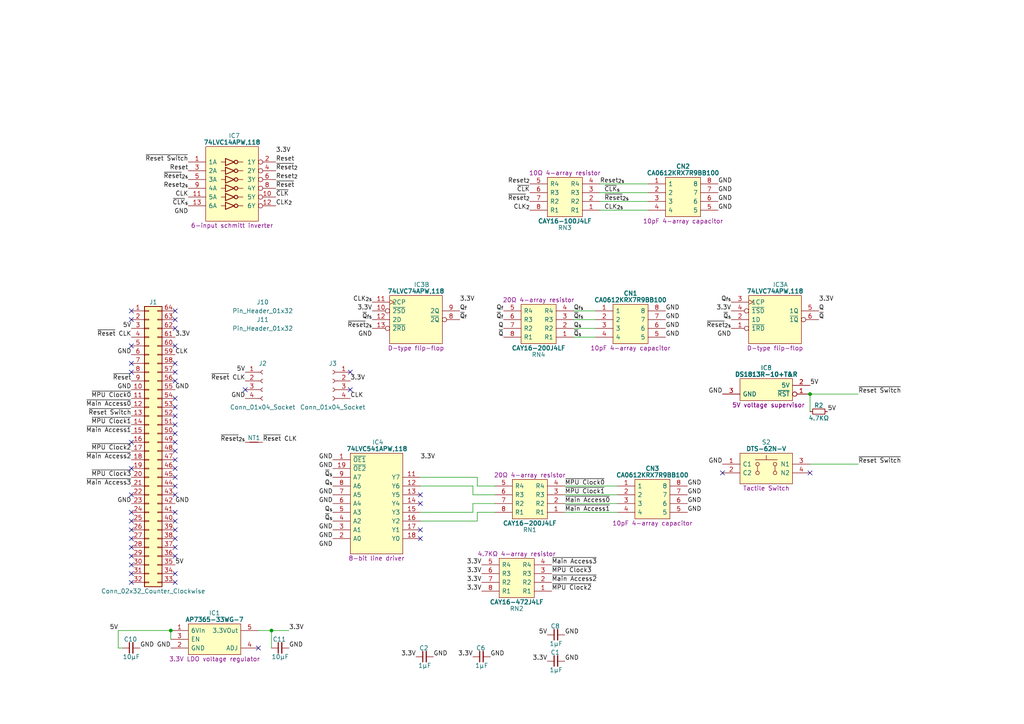
<source format=kicad_sch>
(kicad_sch (version 20231120) (generator "eeschema") (generator_version "8.0")
  (paper "A4")
  (title_block (title "Dual MPU Clock Generator") (date "2023-12-11") (rev "V1"))
  (lib_symbols
    (symbol "Bourns:CAY16-100J4LF" (pin_names (offset 0.762))
      (property "Reference" "RN" (at 10.16 5.08 0))
      (property "Value" "CAY16-100J4LF" (at 10.16 3.175 0))
      (property "Description" "10Ω 4-array resistor" (at 10.16 -10.795 0))
      (symbol "CAY16-100J4LF_0_0"
        (pin passive line (at 0 0 0) (length 5.08) (name "R1") (number "1"))
        (pin passive line (at 0 -2.54 0) (length 5.08) (name "R2") (number "2"))
        (pin passive line (at 0 -5.08 0) (length 5.08) (name "R3") (number "3"))
        (pin passive line (at 0 -7.62 0) (length 5.08) (name "R4") (number "4"))
        (pin passive line (at 20.32 -7.62 180) (length 5.08) (name "R4") (number "5"))
        (pin passive line (at 20.32 -5.08 180) (length 5.08) (name "R3") (number "6"))
        (pin passive line (at 20.32 -2.54 180) (length 5.08) (name "R2") (number "7"))
        (pin passive line (at 20.32 0 180) (length 5.08) (name "R1") (number "8"))
      )
      (symbol "CAY16-100J4LF_0_1"
        (polyline (pts (xy 5.08 1.905) (xy 15.24 1.905) (xy 15.24 -9.525) (xy 5.08 -9.525) (xy 5.08 1.905)) (stroke (width 0.1524)) (fill (type background)))
      )
    )
    (symbol "Bourns:CAY16-200J4LF" (pin_names (offset 0.762))
      (property "Reference" "RN" (at 10.16 5.08 0))
      (property "Value" "CAY16-200J4LF" (at 10.16 3.175 0))
      (property "Description" "20Ω 4-array resistor" (at 10.16 -10.795 0))
      (symbol "CAY16-200J4LF_0_0"
        (pin passive line (at 0 0 0) (length 5.08) (name "R1") (number "1"))
        (pin passive line (at 0 -2.54 0) (length 5.08) (name "R2") (number "2"))
        (pin passive line (at 0 -5.08 0) (length 5.08) (name "R3") (number "3"))
        (pin passive line (at 0 -7.62 0) (length 5.08) (name "R4") (number "4"))
        (pin passive line (at 20.32 -7.62 180) (length 5.08) (name "R4") (number "5"))
        (pin passive line (at 20.32 -5.08 180) (length 5.08) (name "R3") (number "6"))
        (pin passive line (at 20.32 -2.54 180) (length 5.08) (name "R2") (number "7"))
        (pin passive line (at 20.32 0 180) (length 5.08) (name "R1") (number "8"))
      )
      (symbol "CAY16-200J4LF_0_1"
        (polyline (pts (xy 5.08 1.905) (xy 15.24 1.905) (xy 15.24 -9.525) (xy 5.08 -9.525) (xy 5.08 1.905)) (stroke (width 0.1524)) (fill (type background)))
      )
    )
    (symbol "Bourns:CAY16-472J4LF" (pin_names (offset 0.762))
      (property "Reference" "RN" (at 10.16 5.08 0))
      (property "Value" "CAY16-472J4LF" (at 10.16 3.175 0))
      (property "Description" "4.7KΩ 4-array resistor" (at 10.16 -10.795 0))
      (symbol "CAY16-472J4LF_0_0"
        (pin passive line (at 0 0 0) (length 5.08) (name "R1") (number "1"))
        (pin passive line (at 0 -2.54 0) (length 5.08) (name "R2") (number "2"))
        (pin passive line (at 0 -5.08 0) (length 5.08) (name "R3") (number "3"))
        (pin passive line (at 0 -7.62 0) (length 5.08) (name "R4") (number "4"))
        (pin passive line (at 20.32 -7.62 180) (length 5.08) (name "R4") (number "5"))
        (pin passive line (at 20.32 -5.08 180) (length 5.08) (name "R3") (number "6"))
        (pin passive line (at 20.32 -2.54 180) (length 5.08) (name "R2") (number "7"))
        (pin passive line (at 20.32 0 180) (length 5.08) (name "R1") (number "8"))
      )
      (symbol "CAY16-472J4LF_0_1"
        (polyline (pts (xy 5.08 1.905) (xy 15.24 1.905) (xy 15.24 -9.525) (xy 5.08 -9.525) (xy 5.08 1.905)) (stroke (width 0.1524)) (fill (type background)))
      )
    )
    (symbol "Connector:Conn_01x04_Socket" (pin_names (offset 1.016) hide)
      (property "Reference" "J" (at 0 5.08 0))
      (property "Value" "Conn_01x04_Socket" (at 0 -7.62 0))
      (symbol "Conn_01x04_Socket_1_1"
        (arc (start 0 -4.572) (mid -0.5058 -5.08) (end 0 -5.588) (stroke (width 0.1524)))
        (arc (start 0 -2.032) (mid -0.5058 -2.54) (end 0 -3.048) (stroke (width 0.1524)))
        (polyline (pts (xy -1.27 -5.08) (xy -0.508 -5.08)) (stroke (width 0.1524)))
        (polyline (pts (xy -1.27 -2.54) (xy -0.508 -2.54)) (stroke (width 0.1524)))
        (polyline (pts (xy -1.27 0) (xy -0.508 0)) (stroke (width 0.1524)))
        (polyline (pts (xy -1.27 2.54) (xy -0.508 2.54)) (stroke (width 0.1524)))
        (arc (start 0 0.508) (mid -0.5058 0) (end 0 -0.508) (stroke (width 0.1524)))
        (arc (start 0 3.048) (mid -0.5058 2.54) (end 0 2.032) (stroke (width 0.1524)))
        (pin passive line (at -5.08 2.54 0) (length 3.81) (name "Pin_1") (number "1"))
        (pin passive line (at -5.08 0 0) (length 3.81) (name "Pin_2") (number "2"))
        (pin passive line (at -5.08 -2.54 0) (length 3.81) (name "Pin_3") (number "3"))
        (pin passive line (at -5.08 -5.08 0) (length 3.81) (name "Pin_4") (number "4"))
      )
    )
    (symbol "Connector_Generic:Conn_02x32_Counter_Clockwise" (pin_names (offset 1.016) hide)
      (property "Reference" "J" (at 1.27 40.64 0))
      (property "Value" "Conn_02x32_Counter_Clockwise" (at 1.27 -43.18 0))
      (symbol "Conn_02x32_Counter_Clockwise_1_1"
        (rectangle (start -1.27 -40.513) (end 0 -40.767) (stroke (width 0.1524)))
        (rectangle (start -1.27 -37.973) (end 0 -38.227) (stroke (width 0.1524)))
        (rectangle (start -1.27 -35.433) (end 0 -35.687) (stroke (width 0.1524)))
        (rectangle (start -1.27 -32.893) (end 0 -33.147) (stroke (width 0.1524)))
        (rectangle (start -1.27 -30.353) (end 0 -30.607) (stroke (width 0.1524)))
        (rectangle (start -1.27 -27.813) (end 0 -28.067) (stroke (width 0.1524)))
        (rectangle (start -1.27 -25.273) (end 0 -25.527) (stroke (width 0.1524)))
        (rectangle (start -1.27 -22.733) (end 0 -22.987) (stroke (width 0.1524)))
        (rectangle (start -1.27 -20.193) (end 0 -20.447) (stroke (width 0.1524)))
        (rectangle (start -1.27 -17.653) (end 0 -17.907) (stroke (width 0.1524)))
        (rectangle (start -1.27 -15.113) (end 0 -15.367) (stroke (width 0.1524)))
        (rectangle (start -1.27 -12.573) (end 0 -12.827) (stroke (width 0.1524)))
        (rectangle (start -1.27 -10.033) (end 0 -10.287) (stroke (width 0.1524)))
        (rectangle (start -1.27 -7.493) (end 0 -7.747) (stroke (width 0.1524)))
        (rectangle (start -1.27 -4.953) (end 0 -5.207) (stroke (width 0.1524)))
        (rectangle (start -1.27 -2.413) (end 0 -2.667) (stroke (width 0.1524)))
        (rectangle (start -1.27 0.127) (end 0 -0.127) (stroke (width 0.1524)))
        (rectangle (start -1.27 2.667) (end 0 2.413) (stroke (width 0.1524)))
        (rectangle (start -1.27 5.207) (end 0 4.953) (stroke (width 0.1524)))
        (rectangle (start -1.27 7.747) (end 0 7.493) (stroke (width 0.1524)))
        (rectangle (start -1.27 10.287) (end 0 10.033) (stroke (width 0.1524)))
        (rectangle (start -1.27 12.827) (end 0 12.573) (stroke (width 0.1524)))
        (rectangle (start -1.27 15.367) (end 0 15.113) (stroke (width 0.1524)))
        (rectangle (start -1.27 17.907) (end 0 17.653) (stroke (width 0.1524)))
        (rectangle (start -1.27 20.447) (end 0 20.193) (stroke (width 0.1524)))
        (rectangle (start -1.27 22.987) (end 0 22.733) (stroke (width 0.1524)))
        (rectangle (start -1.27 25.527) (end 0 25.273) (stroke (width 0.1524)))
        (rectangle (start -1.27 28.067) (end 0 27.813) (stroke (width 0.1524)))
        (rectangle (start -1.27 30.607) (end 0 30.353) (stroke (width 0.1524)))
        (rectangle (start -1.27 33.147) (end 0 32.893) (stroke (width 0.1524)))
        (rectangle (start -1.27 35.687) (end 0 35.433) (stroke (width 0.1524)))
        (rectangle (start -1.27 38.227) (end 0 37.973) (stroke (width 0.1524)))
        (rectangle (start -1.27 39.37) (end 3.81 -41.91) (stroke (width 0.254)) (fill (type background)))
        (rectangle (start 3.81 -40.513) (end 2.54 -40.767) (stroke (width 0.1524)))
        (rectangle (start 3.81 -37.973) (end 2.54 -38.227) (stroke (width 0.1524)))
        (rectangle (start 3.81 -35.433) (end 2.54 -35.687) (stroke (width 0.1524)))
        (rectangle (start 3.81 -32.893) (end 2.54 -33.147) (stroke (width 0.1524)))
        (rectangle (start 3.81 -30.353) (end 2.54 -30.607) (stroke (width 0.1524)))
        (rectangle (start 3.81 -27.813) (end 2.54 -28.067) (stroke (width 0.1524)))
        (rectangle (start 3.81 -25.273) (end 2.54 -25.527) (stroke (width 0.1524)))
        (rectangle (start 3.81 -22.733) (end 2.54 -22.987) (stroke (width 0.1524)))
        (rectangle (start 3.81 -20.193) (end 2.54 -20.447) (stroke (width 0.1524)))
        (rectangle (start 3.81 -17.653) (end 2.54 -17.907) (stroke (width 0.1524)))
        (rectangle (start 3.81 -15.113) (end 2.54 -15.367) (stroke (width 0.1524)))
        (rectangle (start 3.81 -12.573) (end 2.54 -12.827) (stroke (width 0.1524)))
        (rectangle (start 3.81 -10.033) (end 2.54 -10.287) (stroke (width 0.1524)))
        (rectangle (start 3.81 -7.493) (end 2.54 -7.747) (stroke (width 0.1524)))
        (rectangle (start 3.81 -4.953) (end 2.54 -5.207) (stroke (width 0.1524)))
        (rectangle (start 3.81 -2.413) (end 2.54 -2.667) (stroke (width 0.1524)))
        (rectangle (start 3.81 0.127) (end 2.54 -0.127) (stroke (width 0.1524)))
        (rectangle (start 3.81 2.667) (end 2.54 2.413) (stroke (width 0.1524)))
        (rectangle (start 3.81 5.207) (end 2.54 4.953) (stroke (width 0.1524)))
        (rectangle (start 3.81 7.747) (end 2.54 7.493) (stroke (width 0.1524)))
        (rectangle (start 3.81 10.287) (end 2.54 10.033) (stroke (width 0.1524)))
        (rectangle (start 3.81 12.827) (end 2.54 12.573) (stroke (width 0.1524)))
        (rectangle (start 3.81 15.367) (end 2.54 15.113) (stroke (width 0.1524)))
        (rectangle (start 3.81 17.907) (end 2.54 17.653) (stroke (width 0.1524)))
        (rectangle (start 3.81 20.447) (end 2.54 20.193) (stroke (width 0.1524)))
        (rectangle (start 3.81 22.987) (end 2.54 22.733) (stroke (width 0.1524)))
        (rectangle (start 3.81 25.527) (end 2.54 25.273) (stroke (width 0.1524)))
        (rectangle (start 3.81 28.067) (end 2.54 27.813) (stroke (width 0.1524)))
        (rectangle (start 3.81 30.607) (end 2.54 30.353) (stroke (width 0.1524)))
        (rectangle (start 3.81 33.147) (end 2.54 32.893) (stroke (width 0.1524)))
        (rectangle (start 3.81 35.687) (end 2.54 35.433) (stroke (width 0.1524)))
        (rectangle (start 3.81 38.227) (end 2.54 37.973) (stroke (width 0.1524)))
        (pin passive line (at -5.08 38.1 0) (length 3.81) (name "Pin_1") (number "1"))
        (pin passive line (at -5.08 15.24 0) (length 3.81) (name "Pin_10") (number "10"))
        (pin passive line (at -5.08 12.7 0) (length 3.81) (name "Pin_11") (number "11"))
        (pin passive line (at -5.08 10.16 0) (length 3.81) (name "Pin_12") (number "12"))
        (pin passive line (at -5.08 7.62 0) (length 3.81) (name "Pin_13") (number "13"))
        (pin passive line (at -5.08 5.08 0) (length 3.81) (name "Pin_14") (number "14"))
        (pin passive line (at -5.08 2.54 0) (length 3.81) (name "Pin_15") (number "15"))
        (pin passive line (at -5.08 0 0) (length 3.81) (name "Pin_16") (number "16"))
        (pin passive line (at -5.08 -2.54 0) (length 3.81) (name "Pin_17") (number "17"))
        (pin passive line (at -5.08 -5.08 0) (length 3.81) (name "Pin_18") (number "18"))
        (pin passive line (at -5.08 -7.62 0) (length 3.81) (name "Pin_19") (number "19"))
        (pin passive line (at -5.08 35.56 0) (length 3.81) (name "Pin_2") (number "2"))
        (pin passive line (at -5.08 -10.16 0) (length 3.81) (name "Pin_20") (number "20"))
        (pin passive line (at -5.08 -12.7 0) (length 3.81) (name "Pin_21") (number "21"))
        (pin passive line (at -5.08 -15.24 0) (length 3.81) (name "Pin_22") (number "22"))
        (pin passive line (at -5.08 -17.78 0) (length 3.81) (name "Pin_23") (number "23"))
        (pin passive line (at -5.08 -20.32 0) (length 3.81) (name "Pin_24") (number "24"))
        (pin passive line (at -5.08 -22.86 0) (length 3.81) (name "Pin_25") (number "25"))
        (pin passive line (at -5.08 -25.4 0) (length 3.81) (name "Pin_26") (number "26"))
        (pin passive line (at -5.08 -27.94 0) (length 3.81) (name "Pin_27") (number "27"))
        (pin passive line (at -5.08 -30.48 0) (length 3.81) (name "Pin_28") (number "28"))
        (pin passive line (at -5.08 -33.02 0) (length 3.81) (name "Pin_29") (number "29"))
        (pin passive line (at -5.08 33.02 0) (length 3.81) (name "Pin_3") (number "3"))
        (pin passive line (at -5.08 -35.56 0) (length 3.81) (name "Pin_30") (number "30"))
        (pin passive line (at -5.08 -38.1 0) (length 3.81) (name "Pin_31") (number "31"))
        (pin passive line (at -5.08 -40.64 0) (length 3.81) (name "Pin_32") (number "32"))
        (pin passive line (at 7.62 -40.64 180) (length 3.81) (name "Pin_33") (number "33"))
        (pin passive line (at 7.62 -38.1 180) (length 3.81) (name "Pin_34") (number "34"))
        (pin passive line (at 7.62 -35.56 180) (length 3.81) (name "Pin_35") (number "35"))
        (pin passive line (at 7.62 -33.02 180) (length 3.81) (name "Pin_36") (number "36"))
        (pin passive line (at 7.62 -30.48 180) (length 3.81) (name "Pin_37") (number "37"))
        (pin passive line (at 7.62 -27.94 180) (length 3.81) (name "Pin_38") (number "38"))
        (pin passive line (at 7.62 -25.4 180) (length 3.81) (name "Pin_39") (number "39"))
        (pin passive line (at -5.08 30.48 0) (length 3.81) (name "Pin_4") (number "4"))
        (pin passive line (at 7.62 -22.86 180) (length 3.81) (name "Pin_40") (number "40"))
        (pin passive line (at 7.62 -20.32 180) (length 3.81) (name "Pin_41") (number "41"))
        (pin passive line (at 7.62 -17.78 180) (length 3.81) (name "Pin_42") (number "42"))
        (pin passive line (at 7.62 -15.24 180) (length 3.81) (name "Pin_43") (number "43"))
        (pin passive line (at 7.62 -12.7 180) (length 3.81) (name "Pin_44") (number "44"))
        (pin passive line (at 7.62 -10.16 180) (length 3.81) (name "Pin_45") (number "45"))
        (pin passive line (at 7.62 -7.62 180) (length 3.81) (name "Pin_46") (number "46"))
        (pin passive line (at 7.62 -5.08 180) (length 3.81) (name "Pin_47") (number "47"))
        (pin passive line (at 7.62 -2.54 180) (length 3.81) (name "Pin_48") (number "48"))
        (pin passive line (at 7.62 0 180) (length 3.81) (name "Pin_49") (number "49"))
        (pin passive line (at -5.08 27.94 0) (length 3.81) (name "Pin_5") (number "5"))
        (pin passive line (at 7.62 2.54 180) (length 3.81) (name "Pin_50") (number "50"))
        (pin passive line (at 7.62 5.08 180) (length 3.81) (name "Pin_51") (number "51"))
        (pin passive line (at 7.62 7.62 180) (length 3.81) (name "Pin_52") (number "52"))
        (pin passive line (at 7.62 10.16 180) (length 3.81) (name "Pin_53") (number "53"))
        (pin passive line (at 7.62 12.7 180) (length 3.81) (name "Pin_54") (number "54"))
        (pin passive line (at 7.62 15.24 180) (length 3.81) (name "Pin_55") (number "55"))
        (pin passive line (at 7.62 17.78 180) (length 3.81) (name "Pin_56") (number "56"))
        (pin passive line (at 7.62 20.32 180) (length 3.81) (name "Pin_57") (number "57"))
        (pin passive line (at 7.62 22.86 180) (length 3.81) (name "Pin_58") (number "58"))
        (pin passive line (at 7.62 25.4 180) (length 3.81) (name "Pin_59") (number "59"))
        (pin passive line (at -5.08 25.4 0) (length 3.81) (name "Pin_6") (number "6"))
        (pin passive line (at 7.62 27.94 180) (length 3.81) (name "Pin_60") (number "60"))
        (pin passive line (at 7.62 30.48 180) (length 3.81) (name "Pin_61") (number "61"))
        (pin passive line (at 7.62 33.02 180) (length 3.81) (name "Pin_62") (number "62"))
        (pin passive line (at 7.62 35.56 180) (length 3.81) (name "Pin_63") (number "63"))
        (pin passive line (at 7.62 38.1 180) (length 3.81) (name "Pin_64") (number "64"))
        (pin passive line (at -5.08 22.86 0) (length 3.81) (name "Pin_7") (number "7"))
        (pin passive line (at -5.08 20.32 0) (length 3.81) (name "Pin_8") (number "8"))
        (pin passive line (at -5.08 17.78 0) (length 3.81) (name "Pin_9") (number "9"))
      )
    )
    (symbol "Diodes_Inc:AP7365-33WG-7" (pin_names (offset 0.762))
      (property "Reference" "IC" (at 12.7 5.08 0))
      (property "Value" "AP7365-33WG-7" (at 12.7 3.175 0))
      (property "Description" "3.3V LDO voltage regulator" (at 12.7 -8.255 0))
      (symbol "AP7365-33WG-7_0_0"
        (pin passive line (at 0 -5.08 0) (length 5.08) (name "GND") (number "2"))
        (pin input line (at 0 -2.54 0) (length 5.08) (name "EN") (number "3"))
        (pin passive line (at 25.4 -5.08 180) (length 5.08) (name "ADJ") (number "4"))
      )
      (symbol "AP7365-33WG-7_0_1"
        (polyline (pts (xy 5.08 1.905) (xy 20.32 1.905) (xy 20.32 -6.985) (xy 5.08 -6.985) (xy 5.08 1.905)) (fill (type background)))
      )
      (symbol "AP7365-33WG-7_1_0"
        (pin passive line (at 0 0 0) (length 5.08) (name "6VIn") (number "1"))
        (pin passive line (at 25.4 0 180) (length 5.08) (name "3.3VOut") (number "5"))
      )
    )
    (symbol "Diptronic:DTS-62N-V" (pin_names (offset 0.762))
      (property "Reference" "S" (at 12.7 6.35 0))
      (property "Value" "DTS-62N-V" (at 12.7 4.445 0))
      (property "Description" "Tactile Switch" (at 12.7 -6.985 0))
      (symbol "DTS-62N-V_0_0"
        (pin passive line (at 0 0 0) (length 5.08) (name "C1") (number "1"))
        (pin passive line (at 0 -2.54 0) (length 5.08) (name "C2") (number "2"))
        (pin passive line (at 25.4 0 180) (length 5.08) (name "N1") (number "3"))
        (pin passive line (at 25.4 -2.54 180) (length 5.08) (name "N2") (number "4"))
      )
      (symbol "DTS-62N-V_0_1"
        (polyline (pts (xy 10.16 -1.905) (xy 10.16 -0.635)))
        (polyline (pts (xy 12.7 1.27) (xy 12.7 2.54)))
        (polyline (pts (xy 15.24 -1.905) (xy 15.24 -0.635)))
        (polyline (pts (xy 15.875 1.27) (xy 9.525 1.27)))
        (polyline (pts (xy 5.08 3.175) (xy 20.32 3.175) (xy 20.32 -5.715) (xy 5.08 -5.715) (xy 5.08 3.175)) (stroke (width 0.1524)) (fill (type background)))
        (circle (center 10.16 -2.54) (radius 0.508))
        (circle (center 10.16 0) (radius 0.508))
        (circle (center 15.24 -2.54) (radius 0.508))
        (circle (center 15.24 0) (radius 0.508))
      )
    )
    (symbol "HCP65:C_0805" (pin_numbers hide) (pin_names (offset 0.254) hide)
      (property "Reference" "C" (at 2.286 2.54 0))
      (property "Value" "?μF" (at 2.54 -2.54 0))
      (symbol "C_0805_0_1"
        (polyline (pts (xy 1.9685 -1.4605) (xy 1.9685 1.5875)) (stroke (width 0.3048)))
        (polyline (pts (xy 2.9845 -1.4605) (xy 2.9845 1.5875)) (stroke (width 0.3302)))
      )
      (symbol "C_0805_1_1"
        (pin passive line (at 0 0 0) (length 2.032) (name "~") (number "1"))
        (pin passive line (at 5.08 0 180) (length 2.032) (name "~") (number "2"))
      )
    )
    (symbol "HCP65:NetTie" (pin_numbers hide) (pin_names hide)
      (property "Reference" "NT" (at 2.54 1.27 0))
      (symbol "NetTie_0_1"
        (polyline (pts (xy 1.27 0) (xy 3.81 0)) (stroke (width 0.254)))
      )
      (symbol "NetTie_1_1"
        (pin passive line (at 0 0 0) (length 2.54) (name "1") (number "1"))
        (pin passive line (at 5.08 0 180) (length 2.54) (name "2") (number "2"))
      )
    )
    (symbol "HCP65:Pin_Header_01x32" (pin_names (offset 1.016) hide)
      (property "Reference" "J" (at 0 1.27 0))
      (property "Value" "Pin_Header_01x32" (at 0 -1.27 0))
    )
    (symbol "HCP65:R_0805" (pin_numbers hide) (pin_names hide)
      (property "Reference" "R" (at 2.54 1.778 0))
      (property "Value" "?Ω" (at 2.54 -1.905 0))
      (symbol "R_0805_0_1"
        (rectangle (start 0.762 0.762) (end 4.318 -0.762) (stroke (width 0.2032)))
      )
      (symbol "R_0805_1_1"
        (pin passive line (at 0 0 0) (length 0.72) (name "~") (number "1"))
        (pin passive line (at 5.08 0 180) (length 0.72) (name "~") (number "2"))
      )
    )
    (symbol "Maxim:DS1813R-10+T&R" (pin_names (offset 0.762))
      (property "Reference" "IC" (at 12.7 7.62 0))
      (property "Value" "DS1813R-10+T&R" (at 12.7 5.715 0))
      (property "Description" "5V voltage supervisor" (at 13.335 -3.175 0))
      (symbol "DS1813R-10+T&R_0_0"
        (pin output inverted (at 25.4 0 180) (length 5.08) (name "~{RST}") (number "1"))
        (pin passive line (at 25.4 2.54 180) (length 5.08) (name "5V") (number "2"))
        (pin passive line (at 0 0 0) (length 5.08) (name "GND") (number "3"))
      )
      (symbol "DS1813R-10+T&R_0_1"
        (polyline (pts (xy 5.08 4.445) (xy 20.32 4.445) (xy 20.32 -1.905) (xy 5.08 -1.905) (xy 5.08 4.445)) (stroke (width 0.1524)) (fill (type background)))
      )
    )
    (symbol "Nexperia:74LVC14APW,118" (pin_names (offset 0.762))
      (property "Reference" "IC" (at 13.335 7.62 0))
      (property "Value" "74LVC14APW,118" (at 12.7 5.715 0))
      (property "Description" "6-input schmitt inverter" (at 12.7 -18.415 0))
      (symbol "74LVC14APW,118_0_0"
        (pin input line (at 0 0 0) (length 5.08) (name "1A") (number "1"))
        (pin output inverted (at 25.4 -10.16 180) (length 5.08) (name "5Y") (number "10"))
        (pin input line (at 0 -10.16 0) (length 5.08) (name "5A") (number "11"))
        (pin output inverted (at 25.4 -12.7 180) (length 5.08) (name "6Y") (number "12"))
        (pin input line (at 0 -12.7 0) (length 5.08) (name "6A") (number "13"))
        (pin passive line (at 25.4 2.54 180) (length 5.08) hide (name "3V") (number "14"))
        (pin output inverted (at 25.4 0 180) (length 5.08) (name "1Y") (number "2"))
        (pin input line (at 0 -2.54 0) (length 5.08) (name "2A") (number "3"))
        (pin output inverted (at 25.4 -2.54 180) (length 5.08) (name "2Y") (number "4"))
        (pin input line (at 0 -5.08 0) (length 5.08) (name "3A") (number "5"))
        (pin output inverted (at 25.4 -5.08 180) (length 5.08) (name "3Y") (number "6"))
        (pin passive line (at 0 -15.24 0) (length 5.08) hide (name "GND") (number "7"))
        (pin output inverted (at 25.4 -7.62 180) (length 5.08) (name "4Y") (number "8"))
        (pin input line (at 0 -7.62 0) (length 5.08) (name "4A") (number "9"))
      )
      (symbol "74LVC14APW,118_0_1"
        (polyline (pts (xy 9.525 -12.7) (xy 10.7949 -12.7)))
        (polyline (pts (xy 9.525 -10.16) (xy 10.7949 -10.16)))
        (polyline (pts (xy 9.525 -7.62) (xy 10.7949 -7.62)))
        (polyline (pts (xy 9.525 -5.08) (xy 10.7949 -5.08)))
        (polyline (pts (xy 9.525 -2.54) (xy 10.7949 -2.54)))
        (polyline (pts (xy 9.525 0) (xy 10.7949 0)))
        (polyline (pts (xy 14.351 -12.7) (xy 15.875 -12.7)))
        (polyline (pts (xy 14.351 -10.16) (xy 15.875 -10.16)))
        (polyline (pts (xy 14.351 -7.62) (xy 15.875 -7.62)))
        (polyline (pts (xy 14.351 -5.08) (xy 15.875 -5.08)))
        (polyline (pts (xy 14.351 -2.54) (xy 15.875 -2.54)))
        (polyline (pts (xy 14.351 0) (xy 15.875 0)))
        (polyline (pts (xy 10.795 -13.716) (xy 13.335 -12.7) (xy 10.795 -11.684)) (stroke (width 0.254)))
        (polyline (pts (xy 10.795 -11.176) (xy 13.335 -10.16) (xy 10.795 -9.144)) (stroke (width 0.254)))
        (polyline (pts (xy 10.795 -8.636) (xy 13.335 -7.62) (xy 10.795 -6.604)) (stroke (width 0.254)))
        (polyline (pts (xy 10.795 -6.096) (xy 13.335 -5.08) (xy 10.795 -4.064)) (stroke (width 0.254)))
        (polyline (pts (xy 10.795 -3.556) (xy 13.335 -2.54) (xy 10.795 -1.524)) (stroke (width 0.254)))
        (polyline (pts (xy 10.795 -1.016) (xy 13.335 0) (xy 10.795 1.016)) (stroke (width 0.254)))
        (polyline (pts (xy 5.08 4.445) (xy 20.32 4.445) (xy 20.32 -17.145) (xy 5.08 -17.145) (xy 5.08 4.445)) (stroke (width 0.1524)) (fill (type background)))
        (rectangle (start 10.795 -11.684) (end 10.795 -13.716) (stroke (width 0.254)) (fill (type background)))
        (rectangle (start 10.795 -9.144) (end 10.795 -11.176) (stroke (width 0.254)) (fill (type background)))
        (rectangle (start 10.795 -6.604) (end 10.795 -8.636) (stroke (width 0.254)) (fill (type background)))
        (rectangle (start 10.795 -4.064) (end 10.795 -6.096) (stroke (width 0.254)) (fill (type background)))
        (rectangle (start 10.795 -1.524) (end 10.795 -3.556) (stroke (width 0.254)) (fill (type background)))
        (rectangle (start 10.795 1.016) (end 10.795 -1.016) (stroke (width 0.254)) (fill (type background)))
        (circle (center 13.843 -12.7) (radius 0.508) (stroke (width 0.254)))
        (circle (center 13.843 -10.16) (radius 0.508) (stroke (width 0.254)))
        (circle (center 13.843 -7.62) (radius 0.508) (stroke (width 0.254)))
        (circle (center 13.843 -5.08) (radius 0.508) (stroke (width 0.254)))
        (circle (center 13.843 -2.54) (radius 0.508) (stroke (width 0.254)))
        (circle (center 13.843 0) (radius 0.508) (stroke (width 0.254)))
      )
    )
    (symbol "Nexperia:74LVC541APW,118" (pin_names (offset 0.762))
      (property "Reference" "IC" (at 11.43 5.08 0))
      (property "Value" "74LVC541APW,118" (at 3.81 3.175 0))
      (property "Description" "8-bit line driver" (at 12.7 -28.575 0))
      (symbol "74LVC541APW,118_0_0"
        (pin input line (at 0 0 0) (length 5.08) (name "~{OE1}") (number "1"))
        (pin passive line (at 0 -25.4 0) (length 5.08) hide (name "GND") (number "10"))
        (pin tri_state line (at 25.4 -5.08 180) (length 5.08) (name "Y7") (number "11"))
        (pin tri_state line (at 25.4 -7.62 180) (length 5.08) (name "Y6") (number "12"))
        (pin tri_state line (at 25.4 -10.16 180) (length 5.08) (name "Y5") (number "13"))
        (pin tri_state line (at 25.4 -12.7 180) (length 5.08) (name "Y4") (number "14"))
        (pin tri_state line (at 25.4 -15.24 180) (length 5.08) (name "Y3") (number "15"))
        (pin tri_state line (at 25.4 -17.78 180) (length 5.08) (name "Y2") (number "16"))
        (pin tri_state line (at 25.4 -20.32 180) (length 5.08) (name "Y1") (number "17"))
        (pin tri_state line (at 25.4 -22.86 180) (length 5.08) (name "Y0") (number "18"))
        (pin input line (at 0 -2.54 0) (length 5.08) (name "~{OE2}") (number "19"))
        (pin input line (at 0 -22.86 0) (length 5.08) (name "A0") (number "2"))
        (pin passive line (at 25.4 0 180) (length 5.08) hide (name "3V") (number "20"))
        (pin input line (at 0 -20.32 0) (length 5.08) (name "A1") (number "3"))
        (pin input line (at 0 -17.78 0) (length 5.08) (name "A2") (number "4"))
        (pin input line (at 0 -15.24 0) (length 5.08) (name "A3") (number "5"))
        (pin input line (at 0 -12.7 0) (length 5.08) (name "A4") (number "6"))
        (pin input line (at 0 -10.16 0) (length 5.08) (name "A5") (number "7"))
        (pin input line (at 0 -7.62 0) (length 5.08) (name "A6") (number "8"))
        (pin input line (at 0 -5.08 0) (length 5.08) (name "A7") (number "9"))
      )
      (symbol "74LVC541APW,118_0_1"
        (polyline (pts (xy 5.08 1.905) (xy 20.32 1.905) (xy 20.32 -27.305) (xy 5.08 -27.305) (xy 5.08 1.905)) (stroke (width 0.1524)) (fill (type background)))
      )
    )
    (symbol "Nexperia:74LVC74APW,118_Multi" (pin_names (offset 0.762))
      (property "Reference" "IC" (at 12.065 5.08 0))
      (property "Value" "74LVC74APW,118" (at 12.7 3.175 0))
      (property "Description" "D-type flip-flop" (at 12.7 -13.335 0))
      (symbol "74LVC74APW,118_Multi_0_0"
        (pin passive line (at 25.4 0 180) (length 5.08) hide (name "3V") (number "14"))
        (pin passive line (at 0 -10.16 0) (length 5.08) hide (name "GND") (number "7"))
      )
      (symbol "74LVC74APW,118_Multi_0_1"
        (polyline (pts (xy 5.08 1.905) (xy 20.32 1.905) (xy 20.32 -12.065) (xy 5.08 -12.065) (xy 5.08 1.905)) (stroke (width 0.1524)) (fill (type background)))
      )
      (symbol "74LVC74APW,118_Multi_1_0"
        (pin input inverted (at 0 -7.62 0) (length 5.08) (name "~{1RD}") (number "1"))
        (pin input line (at 0 -5.08 0) (length 5.08) (name "1D") (number "2"))
        (pin input clock (at 0 0 0) (length 5.08) (name "1CP") (number "3"))
        (pin input inverted (at 0 -2.54 0) (length 5.08) (name "~{1SD}") (number "4"))
        (pin output line (at 25.4 -2.54 180) (length 5.08) (name "1Q") (number "5"))
        (pin output inverted (at 25.4 -5.08 180) (length 5.08) (name "~{1Q}") (number "6"))
      )
      (symbol "74LVC74APW,118_Multi_2_0"
        (pin input inverted (at 0 -2.54 0) (length 5.08) (name "~{2SD}") (number "10"))
        (pin input clock (at 0 0 0) (length 5.08) (name "2CP") (number "11"))
        (pin input line (at 0 -5.08 0) (length 5.08) (name "2D") (number "12"))
        (pin input inverted (at 0 -7.62 0) (length 5.08) (name "~{2RD}") (number "13"))
        (pin output inverted (at 25.4 -5.08 180) (length 5.08) (name "~{2Q}") (number "8"))
        (pin output line (at 25.4 -2.54 180) (length 5.08) (name "2Q") (number "9"))
      )
    )
    (symbol "Yageo:CA0612KRX7R9BB100" (pin_names (offset 0.762))
      (property "Reference" "CN" (at 10.16 5.08 0))
      (property "Value" "CA0612KRX7R9BB100" (at 10.16 3.175 0))
      (property "Description" "10pF 4-array capacitor" (at 10.16 -10.795 0))
      (symbol "CA0612KRX7R9BB100_0_0"
        (pin passive line (at 0 0 0) (length 5.08) (name "1") (number "1"))
        (pin passive line (at 0 -2.54 0) (length 5.08) (name "2") (number "2"))
        (pin passive line (at 0 -5.08 0) (length 5.08) (name "3") (number "3"))
        (pin passive line (at 0 -7.62 0) (length 5.08) (name "4") (number "4"))
        (pin passive line (at 20.32 -7.62 180) (length 5.08) (name "5") (number "5"))
        (pin passive line (at 20.32 -5.08 180) (length 5.08) (name "6") (number "6"))
        (pin passive line (at 20.32 -2.54 180) (length 5.08) (name "7") (number "7"))
        (pin passive line (at 20.32 0 180) (length 5.08) (name "8") (number "8"))
      )
      (symbol "CA0612KRX7R9BB100_1_1"
        (polyline (pts (xy 5.08 1.905) (xy 15.24 1.905) (xy 15.24 -9.525) (xy 5.08 -9.525) (xy 5.08 1.905)) (stroke (width 0.1524)) (fill (type background)))
      )
    )
  )
  (junction (at 49.53 182.88))
  (junction (at 78.74 182.88))
  (junction (at 234.95 114.3))
  (no_connect (at 50.8 115.57))
  (no_connect (at 50.8 158.75))
  (no_connect (at 121.92 153.67))
  (no_connect (at 50.8 105.41))
  (no_connect (at 38.1 168.91))
  (no_connect (at 50.8 107.95))
  (no_connect (at 50.8 130.81))
  (no_connect (at 38.1 90.17))
  (no_connect (at 50.8 138.43))
  (no_connect (at 71.12 113.03))
  (no_connect (at 74.93 187.96))
  (no_connect (at 50.8 128.27))
  (no_connect (at 50.8 140.97))
  (no_connect (at 38.1 148.59))
  (no_connect (at 209.55 137.16))
  (no_connect (at 38.1 153.67))
  (no_connect (at 50.8 92.71))
  (no_connect (at 38.1 151.13))
  (no_connect (at 50.8 133.35))
  (no_connect (at 50.8 123.19))
  (no_connect (at 50.8 90.17))
  (no_connect (at 38.1 128.27))
  (no_connect (at 121.92 143.51))
  (no_connect (at 38.1 107.95))
  (no_connect (at 38.1 166.37))
  (no_connect (at 234.95 137.16))
  (no_connect (at 50.8 156.21))
  (no_connect (at 50.8 100.33))
  (no_connect (at 50.8 166.37))
  (no_connect (at 38.1 161.29))
  (no_connect (at 101.6 107.95))
  (no_connect (at 50.8 161.29))
  (no_connect (at 38.1 105.41))
  (no_connect (at 50.8 135.89))
  (no_connect (at 50.8 143.51))
  (no_connect (at 50.8 151.13))
  (no_connect (at 38.1 135.89))
  (no_connect (at 50.8 148.59))
  (no_connect (at 50.8 168.91))
  (no_connect (at 38.1 158.75))
  (no_connect (at 38.1 92.71))
  (no_connect (at 121.92 156.21))
  (no_connect (at 121.92 146.05))
  (no_connect (at 50.8 118.11))
  (no_connect (at 50.8 120.65))
  (no_connect (at 50.8 125.73))
  (no_connect (at 50.8 110.49))
  (no_connect (at 38.1 100.33))
  (no_connect (at 38.1 163.83))
  (no_connect (at 50.8 153.67))
  (no_connect (at 38.1 156.21))
  (no_connect (at 50.8 95.25))
  (no_connect (at 38.1 143.51))
  (no_connect (at 101.6 113.03))
  (wire (pts (xy 234.95 114.3) (xy 234.95 119.38)))
  (wire (pts (xy 121.92 138.43) (xy 138.43 138.43)))
  (wire (pts (xy 121.92 140.97) (xy 137.16 140.97)))
  (wire (pts (xy 163.83 146.05) (xy 179.07 146.05)))
  (wire (pts (xy 138.43 140.97) (xy 143.51 140.97)))
  (wire (pts (xy 173.99 53.34) (xy 187.96 53.34)))
  (wire (pts (xy 78.74 187.96) (xy 78.74 182.88)))
  (wire (pts (xy 121.92 151.13) (xy 138.43 151.13)))
  (wire (pts (xy 248.92 134.62) (xy 234.95 134.62)))
  (wire (pts (xy 138.43 148.59) (xy 143.51 148.59)))
  (wire (pts (xy 163.83 148.59) (xy 179.07 148.59)))
  (wire (pts (xy 166.37 97.79) (xy 172.72 97.79)))
  (wire (pts (xy 173.99 60.96) (xy 187.96 60.96)))
  (wire (pts (xy 34.29 182.88) (xy 49.53 182.88)))
  (wire (pts (xy 121.92 148.59) (xy 137.16 148.59)))
  (wire (pts (xy 173.99 55.88) (xy 187.96 55.88)))
  (wire (pts (xy 163.83 140.97) (xy 179.07 140.97)))
  (wire (pts (xy 137.16 140.97) (xy 137.16 143.51)))
  (wire (pts (xy 166.37 90.17) (xy 172.72 90.17)))
  (wire (pts (xy 49.53 182.88) (xy 49.53 185.42)))
  (wire (pts (xy 166.37 92.71) (xy 172.72 92.71)))
  (wire (pts (xy 166.37 95.25) (xy 172.72 95.25)))
  (wire (pts (xy 163.83 143.51) (xy 179.07 143.51)))
  (wire (pts (xy 137.16 148.59) (xy 137.16 146.05)))
  (wire (pts (xy 137.16 143.51) (xy 143.51 143.51)))
  (wire (pts (xy 138.43 138.43) (xy 138.43 140.97)))
  (wire (pts (xy 74.93 182.88) (xy 78.74 182.88)))
  (wire (pts (xy 138.43 151.13) (xy 138.43 148.59)))
  (wire (pts (xy 137.16 146.05) (xy 143.51 146.05)))
  (wire (pts (xy 173.99 58.42) (xy 187.96 58.42)))
  (wire (pts (xy 34.29 182.88) (xy 34.29 187.96)))
  (wire (pts (xy 34.29 187.96) (xy 35.56 187.96)))
  (wire (pts (xy 78.74 182.88) (xy 83.82 182.88)))
  (wire (pts (xy 234.95 114.3) (xy 248.92 114.3)))
  (label "~{Main Access1}" (at 163.83 148.59 0))
  (label "GND" (at 208.28 53.34 0))
  (label "Reset_{2}" (at 153.67 53.34 180))
  (label "GND" (at 208.28 60.96 0))
  (label "GND" (at 193.04 95.25 0))
  (label "3.3V" (at 133.35 87.63 0))
  (label "~{Q}" (at 237.49 92.71 0))
  (label "GND" (at 96.52 143.51 180))
  (label "~{Reset} CLK" (at 76.2 128.27 0))
  (label "GND" (at 208.28 58.42 0))
  (label "~{Reset}" (at 80.01 54.61 0))
  (label "5V" (at 50.8 163.83 0))
  (label "~{Q}_{fs}" (at 166.37 92.71 0))
  (label "~{MPU Clock3}" (at 160.02 166.37 0))
  (label "Reset_{2}" (at 80.01 52.07 0))
  (label "3.3V" (at 237.49 87.63 0))
  (label "5V" (at 158.75 184.15 180))
  (label "~{Reset}_{2s}" (at 212.09 95.25 180))
  (label "3.3V" (at 80.01 44.45 0))
  (label "GND" (at 83.82 187.96 0))
  (label "Q" (at 146.05 95.25 180))
  (label "CLK_{2}" (at 80.01 59.69 0))
  (label "GND" (at 96.52 146.05 180))
  (label "CLK" (at 54.61 57.15 180))
  (label "~{CLK}_{s}" (at 175.26 55.88 0))
  (label "~{Reset Switch}" (at 248.92 114.3 0))
  (label "~{Main Access0}" (at 38.1 118.11 180))
  (label "~{Reset Switch}" (at 54.61 46.99 180))
  (label "~{CLK}_{s}" (at 54.61 59.69 180))
  (label "GND" (at 96.52 156.21 180))
  (label "GND" (at 163.83 184.15 0))
  (label "GND" (at 96.52 133.35 180))
  (label "3.3V" (at 101.6 110.49 0))
  (label "GND" (at 107.95 97.79 180))
  (label "GND" (at 40.64 187.96 0))
  (label "5V" (at 34.29 182.88 180))
  (label "~{Q}_{fs}" (at 107.95 92.71 180))
  (label "GND" (at 96.52 158.75 180))
  (label "Q_{s}" (at 166.37 95.25 0))
  (label "~{Reset}_{2s}" (at 175.26 58.42 0))
  (label "Q" (at 237.49 90.17 0))
  (label "3.3V" (at 212.09 90.17 180))
  (label "GND" (at 38.1 146.05 180))
  (label "5V" (at 240.03 119.38 0))
  (label "Reset_{2s}" (at 173.99 53.34 0))
  (label "5V" (at 38.1 95.25 180))
  (label "GND" (at 199.39 148.59 0))
  (label "~{Main Access2}" (at 160.02 168.91 0))
  (label "GND" (at 193.04 92.71 0))
  (label "3.3V" (at 137.16 190.5 180))
  (label "GND" (at 49.53 187.96 180))
  (label "~{Main Access1}" (at 38.1 125.73 180))
  (label "3.3V" (at 50.8 97.79 0))
  (label "Q_{f}" (at 133.35 90.17 0))
  (label "~{Reset}_{2s}" (at 71.12 128.27 180))
  (label "~{MPU Clock2}" (at 38.1 130.81 180))
  (label "3.3V" (at 139.7 171.45 180))
  (label "~{Reset}" (at 38.1 110.49 180))
  (label "GND" (at 38.1 113.03 180))
  (label "~{Q}_{s}" (at 96.52 138.43 180))
  (label "GND" (at 212.09 97.79 180))
  (label "5V" (at 71.12 107.95 180))
  (label "GND" (at 142.24 190.5 0))
  (label "~{MPU Clock2}" (at 160.02 171.45 0))
  (label "~{Main Access0}" (at 163.83 146.05 0))
  (label "3.3V" (at 139.7 163.83 180))
  (label "CLK_{2s}" (at 175.26 60.96 0))
  (label "~{Q}_{s}" (at 212.09 92.71 180))
  (label "GND" (at 96.52 153.67 180))
  (label "GND" (at 54.61 62.23 180))
  (label "Q_{f}" (at 146.05 90.17 180))
  (label "GND" (at 208.28 55.88 0))
  (label "~{Reset}_{2s}" (at 107.95 95.25 180))
  (label "GND" (at 50.8 113.03 0))
  (label "Q_{fs}" (at 212.09 87.63 180))
  (label "GND" (at 199.39 143.51 0))
  (label "GND" (at 163.83 191.77 0))
  (label "GND" (at 199.39 146.05 0))
  (label "~{Reset}_{2}" (at 153.67 58.42 180))
  (label "~{Reset Switch}" (at 248.92 134.62 0))
  (label "Q_{s}" (at 96.52 148.59 180))
  (label "3.3V" (at 120.65 190.5 180))
  (label "~{Main Access2}" (at 38.1 133.35 180))
  (label "~{Main Access3}" (at 38.1 140.97 180))
  (label "3.3V" (at 107.95 90.17 180))
  (label "~{MPU Clock0}" (at 38.1 115.57 180))
  (label "~{Q}_{s}" (at 166.37 97.79 0))
  (label "Reset" (at 54.61 49.53 180))
  (label "~{Q}" (at 146.05 97.79 180))
  (label "~{MPU Clock0}" (at 163.83 140.97 0))
  (label "~{Reset Switch}" (at 38.1 120.65 180))
  (label "GND" (at 71.12 115.57 180))
  (label "~{MPU Clock1}" (at 163.83 143.51 0))
  (label "~{MPU Clock1}" (at 38.1 123.19 180))
  (label "3.3V" (at 83.82 182.88 0))
  (label "3.3V" (at 121.92 133.35 0))
  (label "3.3V" (at 139.7 168.91 180))
  (label "Reset_{2s}" (at 54.61 54.61 180))
  (label "CLK_{2}" (at 153.67 60.96 180))
  (label "~{Reset} CLK" (at 38.1 97.79 180))
  (label "CLK" (at 50.8 102.87 0))
  (label "GND" (at 209.55 114.3 180))
  (label "GND" (at 38.1 102.87 180))
  (label "~{Main Access3}" (at 160.02 163.83 0))
  (label "5V" (at 234.95 111.76 0))
  (label "CLK" (at 101.6 115.57 0))
  (label "GND" (at 209.55 134.62 180))
  (label "GND" (at 96.52 135.89 180))
  (label "Q_{fs}" (at 166.37 90.17 0))
  (label "GND" (at 50.8 146.05 0))
  (label "CLK_{2s}" (at 107.95 87.63 180))
  (label "~{Reset} CLK" (at 71.12 110.49 180))
  (label "3.3V" (at 158.75 191.77 180))
  (label "~{CLK}" (at 153.67 55.88 180))
  (label "~{Q}_{s}" (at 96.52 151.13 180))
  (label "GND" (at 193.04 90.17 0))
  (label "GND" (at 193.04 97.79 0))
  (label "~{Reset}_{2s}" (at 54.61 52.07 180))
  (label "~{Q}_{f}" (at 133.35 92.71 0))
  (label "Reset" (at 80.01 46.99 0))
  (label "GND" (at 199.39 140.97 0))
  (label "~{Q}_{f}" (at 146.05 92.71 180))
  (label "Q_{s}" (at 96.52 140.97 180))
  (label "~{CLK}" (at 80.01 57.15 0))
  (label "3.3V" (at 139.7 166.37 180))
  (label "~{MPU Clock3}" (at 38.1 138.43 180))
  (label "~{Reset}_{2}" (at 80.01 49.53 0))
  (label "GND" (at 125.73 190.5 0))
  (symbol (lib_id "HCP65:Pin_Header_01x32") (at 76.2 93.98 0) (unit 1)
    (property "Reference" "J11" (at 76.2 92.71 0))
    (property "Value" "Pin_Header_01x32" (at 76.2 95.25 0))
    (property "Footprint" "SamacSys_Parts:PinHeader_1x32_P2.54mm_Vertical" (effects (hide yes)))
  )
  (symbol (lib_id "Bourns:CAY16-200J4LF") (at 166.37 97.79 180) (unit 1)
    (property "Reference" "RN4" (at 156.21 102.87 0))
    (property "Value" "CAY16-200J4LF" (at 156.21 100.965 0) (effects (font (bold yes))))
    (property "Footprint" "SamacSys_Parts:CAY16-F4" (effects (hide yes)))
    (property "Datasheet" "https://www.bourns.com/pdfs/CATCAY.pdf" (effects (hide yes)))
    (property "Description" "20Ω 4-array resistor" (at 156.21 86.995 0))
    (property "Manufacturer_Name" "Bourns" (effects (hide yes)))
    (property "Manufacturer_Part_Number" "CAY16-331J4LF" (effects (hide yes)))
    (property "Mouser Part Number" "652-CAY16-331J4LF" (effects (hide yes)))
    (property "Mouser Price/Stock" "https://www.mouser.co.uk/ProductDetail/Bourns/CAY16-331J4LF?qs=S%2FtQCknEyz%2FCCx8IkpB2bQ%3D%3D" (effects (hide yes)))
    (property "Silkscreen" "20Ω" (effects (hide yes)))
  )
  (symbol (lib_id "Diptronic:DTS-62N-V") (at 209.55 134.62 0) (unit 1)
    (property "Reference" "S2" (at 222.25 128.27 0))
    (property "Value" "DTS-62N-V" (at 222.25 130.175 0) (effects (font (bold yes))))
    (property "Footprint" "SamacSys_Parts:DTS62NV" (effects (hide yes)))
    (property "Datasheet" "http://akizukidenshi.com/download/ds/cosland/DTS-6-V.PDF" (effects (hide yes)))
    (property "Description" "Tactile Switch" (at 222.25 141.605 0))
    (property "Height" "7" (effects (hide yes)))
    (property "Manufacturer_Name" "Diptronics" (effects (hide yes)))
    (property "Manufacturer_Part_Number" "DTS-62N-V" (effects (hide yes)))
    (property "Mouser Part Number" "113-DTS-62N-V" (effects (hide yes)))
    (property "Mouser Price/Stock" "https://www.mouser.co.uk/ProductDetail/Diptronics/DTS-62N-V?qs=gTYE2QTfZfSKTB5KYn%252Brkw%3D%3D" (effects (hide yes)))
    (property "Garbage" "Tactile Switches Through Hole 6*6" (effects (hide yes)))
  )
  (symbol (lib_id "Yageo:CA0612KRX7R9BB100") (at 187.96 53.34 0) (unit 1)
    (property "Reference" "CN2" (at 198.12 48.26 0) (effects (font (bold yes))))
    (property "Value" "CA0612KRX7R9BB100" (at 198.12 50.165 0) (effects (font (bold yes))))
    (property "Footprint" "SamacSys_Parts:CA0612KRX7R9BB100" (effects (hide yes)))
    (property "Datasheet" "https://componentsearchengine.com/Datasheets/1/CA0612KRX7R9BB102.pdf" (effects (hide yes)))
    (property "Description" "10pF 4-array capacitor" (at 198.12 64.135 0))
    (property "Manufacturer_Name" "KEMET" (effects (hide yes)))
    (property "Manufacturer_Part_Number" "CA0612KRX7R9BB102" (effects (hide yes)))
    (property "Mouser Part Number" "603-CA612KRX7R9BB102" (effects (hide yes)))
    (property "Mouser Price/Stock" "https://www.mouser.co.uk/ProductDetail/YAGEO/CA0612KRX7R9BB102?qs=50q%252BZR8McTG8nSzW%2FPfXjQ%3D%3D" (effects (hide yes)))
    (property "Silkscreen" "10pF" (effects (hide yes)))
  )
  (symbol (lib_id "Nexperia:74LVC74APW,118_Multi") (at 212.09 87.63 0) (unit 1)
    (property "Reference" "IC3" (at 224.155 82.55 0) (effects (justify left)))
    (property "Value" "74LVC74APW,118" (at 224.79 84.455 0) (effects (font (bold yes))))
    (property "Footprint" "SamacSys_Parts:SOP65P640X110-14N" (effects (hide yes)))
    (property "Datasheet" "https://assets.nexperia.com/documents/data-sheet/74LVC74A.pdf" (effects (hide yes)))
    (property "Description" "D-type flip-flop" (at 224.79 100.965 0))
    (property "Height" "1.1" (effects (hide yes)))
    (property "Mouser Part Number" "771-74LVC74APW-T" (effects (hide yes)))
    (property "Mouser Price/Stock" "https://www.mouser.co.uk/ProductDetail/Nexperia/74LVC74APW118?qs=me8TqzrmIYVtXwVfet0lzw%3D%3D" (effects (hide yes)))
    (property "Manufacturer_Name" "Nexperia" (effects (hide yes)))
    (property "Manufacturer_Part_Number" "74LVC74APW,118" (effects (hide yes)))
    (property "Silkscreen" "74LVC74" (effects (hide yes)))
    (property "Garbage" "74LVC74A - Dual D-type flip-flop with set and reset; positive-edge trigger@en-us" (effects (hide yes)))
  )
  (symbol (lib_id "HCP65:C_0805") (at 158.75 191.77 0) (unit 1)
    (property "Reference" "C1" (at 161.036 189.23 0))
    (property "Value" "1μF" (at 161.29 194.31 0))
    (property "Footprint" "SamacSys_Parts:C_0805" (effects (hide yes)))
  )
  (symbol (lib_id "Yageo:CA0612KRX7R9BB100") (at 172.72 90.17 0) (unit 1)
    (property "Reference" "CN1" (at 182.88 85.09 0) (effects (font (bold yes))))
    (property "Value" "CA0612KRX7R9BB100" (at 182.88 86.995 0) (effects (font (bold yes))))
    (property "Footprint" "SamacSys_Parts:CA0612KRX7R9BB100" (effects (hide yes)))
    (property "Datasheet" "https://componentsearchengine.com/Datasheets/1/CA0612KRX7R9BB102.pdf" (effects (hide yes)))
    (property "Description" "10pF 4-array capacitor" (at 182.88 100.965 0))
    (property "Manufacturer_Name" "KEMET" (effects (hide yes)))
    (property "Manufacturer_Part_Number" "CA0612KRX7R9BB102" (effects (hide yes)))
    (property "Mouser Part Number" "603-CA612KRX7R9BB102" (effects (hide yes)))
    (property "Mouser Price/Stock" "https://www.mouser.co.uk/ProductDetail/YAGEO/CA0612KRX7R9BB102?qs=50q%252BZR8McTG8nSzW%2FPfXjQ%3D%3D" (effects (hide yes)))
    (property "Silkscreen" "10pF" (effects (hide yes)))
  )
  (symbol (lib_id "Connector:Conn_01x04_Socket") (at 76.2 110.49 0) (unit 1)
    (property "Reference" "J2" (at 76.2 105.41 0))
    (property "Value" "Conn_01x04_Socket" (at 76.2 118.11 0))
    (property "Footprint" "Connector_PinSocket_2.54mm:PinSocket_1x04_P2.54mm_Vertical" (effects (hide yes)))
    (property "Description" "Generic connector, single row, 01x04, script generated" (effects (hide yes)))
  )
  (symbol (lib_id "Yageo:CA0612KRX7R9BB100") (at 179.07 140.97 0) (unit 1)
    (property "Reference" "CN3" (at 189.23 135.89 0) (effects (font (bold yes))))
    (property "Value" "CA0612KRX7R9BB100" (at 189.23 137.795 0) (effects (font (bold yes))))
    (property "Footprint" "SamacSys_Parts:CA0612KRX7R9BB100" (effects (hide yes)))
    (property "Datasheet" "https://componentsearchengine.com/Datasheets/1/CA0612KRX7R9BB102.pdf" (effects (hide yes)))
    (property "Description" "10pF 4-array capacitor" (at 189.23 151.765 0))
    (property "Manufacturer_Name" "KEMET" (effects (hide yes)))
    (property "Manufacturer_Part_Number" "CA0612KRX7R9BB102" (effects (hide yes)))
    (property "Mouser Part Number" "603-CA612KRX7R9BB102" (effects (hide yes)))
    (property "Mouser Price/Stock" "https://www.mouser.co.uk/ProductDetail/YAGEO/CA0612KRX7R9BB102?qs=50q%252BZR8McTG8nSzW%2FPfXjQ%3D%3D" (effects (hide yes)))
    (property "Silkscreen" "10pF" (effects (hide yes)))
  )
  (symbol (lib_id "Connector_Generic:Conn_02x32_Counter_Clockwise") (at 43.18 128.27 0) (unit 1)
    (property "Reference" "J1" (at 44.45 87.63 0))
    (property "Value" "Conn_02x32_Counter_Clockwise" (at 44.45 171.45 0))
    (property "Footprint" "SamacSys_Parts:DIP-64_Board_W22.86mm" (effects (hide yes)))
    (property "Description" "Generic connector, double row, 02x32, counter clockwise pin numbering scheme (similar to DIP package numbering), script generated (kicad-library-utils/schlib/autogen/connector/)" (effects (hide yes)))
  )
  (symbol (lib_id "HCP65:C_0805") (at 120.65 190.5 0) (unit 1)
    (property "Reference" "C2" (at 122.936 187.96 0))
    (property "Value" "1μF" (at 123.19 193.04 0))
    (property "Footprint" "SamacSys_Parts:C_0805" (effects (hide yes)))
  )
  (symbol (lib_id "HCP65:C_0805") (at 158.75 184.15 0) (unit 1)
    (property "Reference" "C8" (at 161.036 181.61 0))
    (property "Value" "1μF" (at 161.29 186.69 0))
    (property "Footprint" "SamacSys_Parts:C_0805" (effects (hide yes)))
  )
  (symbol (lib_id "HCP65:Pin_Header_01x32") (at 76.2 88.9 0) (unit 1)
    (property "Reference" "J10" (at 76.2 87.63 0))
    (property "Value" "Pin_Header_01x32" (at 76.2 90.17 0))
    (property "Footprint" "SamacSys_Parts:PinHeader_1x32_P2.54mm_Vertical" (effects (hide yes)))
  )
  (symbol (lib_id "Bourns:CAY16-100J4LF") (at 173.99 60.96 180) (unit 1)
    (property "Reference" "RN3" (at 163.83 66.04 0))
    (property "Value" "CAY16-100J4LF" (at 163.83 64.135 0) (effects (font (bold yes))))
    (property "Footprint" "SamacSys_Parts:CAY16-F4" (effects (hide yes)))
    (property "Datasheet" "https://www.bourns.com/pdfs/CATCAY.pdf" (effects (hide yes)))
    (property "Description" "10Ω 4-array resistor" (at 163.83 50.165 0))
    (property "Manufacturer_Name" "Bourns" (effects (hide yes)))
    (property "Manufacturer_Part_Number" "CAY16-331J4LF" (effects (hide yes)))
    (property "Mouser Part Number" "652-CAY16-331J4LF" (effects (hide yes)))
    (property "Mouser Price/Stock" "https://www.mouser.co.uk/ProductDetail/Bourns/CAY16-331J4LF?qs=S%2FtQCknEyz%2FCCx8IkpB2bQ%3D%3D" (effects (hide yes)))
    (property "Arrow Part Number" "CAY16-331J4LF" (effects (hide yes)))
    (property "Arrow Price/Stock" "https://www.arrow.com/en/products/cay16-331j4lf/bourns?region=nac" (effects (hide yes)))
    (property "Silkscreen" "10Ω" (effects (hide yes)))
    (property "Garbage" "Bourns CAY16 Series 10 +/-5% Isolated SMT Resistor Array, 4 Resistors, 0.25W total 1206 (3216M) package Convex" (effects (hide yes)))
  )
  (symbol (lib_id "HCP65:C_0805") (at 35.56 187.96 0) (unit 1)
    (property "Reference" "C10" (at 37.846 185.42 0))
    (property "Value" "10µF" (at 35.56 190.5 0) (effects (justify left)))
    (property "Footprint" "SamacSys_Parts:C_0805" (effects (hide yes)))
  )
  (symbol (lib_id "Bourns:CAY16-200J4LF") (at 163.83 148.59 180) (unit 1)
    (property "Reference" "RN1" (at 153.67 153.67 0))
    (property "Value" "CAY16-200J4LF" (at 153.67 151.765 0) (effects (font (bold yes))))
    (property "Footprint" "SamacSys_Parts:CAY16-F4" (effects (hide yes)))
    (property "Datasheet" "https://www.bourns.com/pdfs/CATCAY.pdf" (effects (hide yes)))
    (property "Description" "20Ω 4-array resistor" (at 153.67 137.795 0))
    (property "Manufacturer_Name" "Bourns" (effects (hide yes)))
    (property "Manufacturer_Part_Number" "CAY16-331J4LF" (effects (hide yes)))
    (property "Mouser Part Number" "652-CAY16-331J4LF" (effects (hide yes)))
    (property "Mouser Price/Stock" "https://www.mouser.co.uk/ProductDetail/Bourns/CAY16-331J4LF?qs=S%2FtQCknEyz%2FCCx8IkpB2bQ%3D%3D" (effects (hide yes)))
    (property "Silkscreen" "20Ω" (effects (hide yes)))
  )
  (symbol (lib_id "Diodes_Inc:AP7365-33WG-7") (at 49.53 182.88 0) (unit 1)
    (property "Reference" "IC1" (at 62.23 177.8 0))
    (property "Value" "AP7365-33WG-7" (at 62.23 179.705 0) (effects (font (bold yes))))
    (property "Footprint" "SamacSys_Parts:SOT95P285X130-5N" (effects (hide yes)))
    (property "Datasheet" "https://componentsearchengine.com/Datasheets/1/AP7365-33WG-7.pdf" (effects (hide yes)))
    (property "Description" "3.3V LDO voltage regulator" (at 62.23 191.135 0))
    (property "Height" "1.3" (effects (hide yes)))
    (property "Manufacturer_Name" "Diodes Inc." (effects (hide yes)))
    (property "Manufacturer_Part_Number" "AP7365-33WG-7" (effects (hide yes)))
    (property "Mouser Part Number" "621-AP7365-33WG-7" (effects (hide yes)))
    (property "Mouser Price/Stock" "https://www.mouser.co.uk/ProductDetail/Diodes-Incorporated/AP7365-33WG-7?qs=abZ1nkZpTuOZFvxvoFPL0w%3D%3D" (effects (hide yes)))
    (property "Arrow Part Number" "AP7365-33WG-7" (effects (hide yes)))
    (property "Arrow Price/Stock" "https://www.arrow.com/en/products/ap7365-33wg-7/diodes-incorporated?region=nac" (effects (hide yes)))
    (property "Silkscreen" "AP7365" (effects (hide yes)))
  )
  (symbol (lib_id "Maxim:DS1813R-10+T&R") (at 209.55 114.3 0) (unit 1)
    (property "Reference" "IC8" (at 222.25 106.68 0))
    (property "Value" "DS1813R-10+T&R" (at 222.25 108.585 0) (effects (font (bold yes))))
    (property "Footprint" "SamacSys_Parts:SOT95P237X112-3N" (effects (hide yes)))
    (property "Datasheet" "https://componentsearchengine.com/Datasheets/2/DS1813R-10+T&R.pdf" (effects (hide yes)))
    (property "Description" "5V voltage supervisor" (at 222.885 117.475 0))
    (property "Height" "1.12" (effects (hide yes)))
    (property "Mouser Part Number" "700-DS1813R-10T&R" (effects (hide yes)))
    (property "Mouser Price/Stock" "https://www.mouser.co.uk/ProductDetail/Maxim-Integrated/DS1813R-10%2bTR?qs=0Y9aZN%252BMVCUEX%2FgvPX%252B6Nw%3D%3D" (effects (hide yes)))
    (property "Manufacturer_Name" "Maxim Integrated" (effects (hide yes)))
    (property "Manufacturer_Part_Number" "DS1813R-10+T&R" (effects (hide yes)))
    (property "Silkscreen" "DS1813" (effects (hide yes)))
  )
  (symbol (lib_id "Bourns:CAY16-472J4LF") (at 160.02 171.45 180) (unit 1)
    (property "Reference" "RN2" (at 149.86 176.53 0))
    (property "Value" "CAY16-472J4LF" (at 149.86 174.625 0) (effects (font (bold yes))))
    (property "Footprint" "SamacSys_Parts:CAY16-F4" (effects (hide yes)))
    (property "Datasheet" "https://www.bourns.com/pdfs/CATCAY.pdf" (effects (hide yes)))
    (property "Description" "4.7KΩ 4-array resistor" (at 149.86 160.655 0))
    (property "Manufacturer_Name" "Bourns" (effects (hide yes)))
    (property "Manufacturer_Part_Number" "CAY16-472J4LF" (effects (hide yes)))
    (property "Mouser Part Number" "652-CAY16-472J4LF" (effects (hide yes)))
    (property "Mouser Price/Stock" "https://www.mouser.co.uk/ProductDetail/Bourns/CAY16-472J4LF?qs=vjljXApjgZXDWSqaYW6%252BOA%3D%3D" (effects (hide yes)))
    (property "Silkscreen" "4.7KΩ" (effects (hide yes)))
  )
  (symbol (lib_id "HCP65:C_0805") (at 78.74 187.96 0) (unit 1)
    (property "Reference" "C11" (at 81.026 185.42 0))
    (property "Value" "10µF" (at 78.74 190.5 0) (effects (justify left)))
    (property "Footprint" "SamacSys_Parts:C_0805" (effects (hide yes)))
  )
  (symbol (lib_id "Nexperia:74LVC14APW,118") (at 54.61 46.99 0) (unit 1)
    (property "Reference" "IC7" (at 67.945 39.37 0))
    (property "Value" "74LVC14APW,118" (at 67.31 41.275 0) (effects (font (bold yes))))
    (property "Footprint" "SamacSys_Parts:SOP65P640X110-14N" (effects (hide yes)))
    (property "Datasheet" "https://assets.nexperia.com/documents/data-sheet/74LVC14A.pdf" (effects (hide yes)))
    (property "Description" "6-input schmitt inverter" (at 67.31 65.405 0))
    (property "Height" "1.1" (effects (hide yes)))
    (property "Manufacturer_Name" "Nexperia" (effects (hide yes)))
    (property "Manufacturer_Part_Number" "74LVC14APW,118" (effects (hide yes)))
    (property "Mouser Part Number" "771-74LVC14APW-T" (effects (hide yes)))
    (property "Mouser Price/Stock" "https://www.mouser.co.uk/ProductDetail/Nexperia/74LVC14APW118?qs=me8TqzrmIYUSyqWqvgpEbA%3D%3D" (effects (hide yes)))
    (property "Silkscreen" "74LVC14" (effects (hide yes)))
    (property "Garbage" "74LVC14A - Hex inverting Schmitt trigger with 5 V tolerant input@en-us" (effects (hide yes)))
  )
  (symbol (lib_id "Nexperia:74LVC74APW,118_Multi") (at 107.95 87.63 0) (unit 2)
    (property "Reference" "IC3" (at 120.015 82.55 0) (effects (justify left)))
    (property "Value" "74LVC74APW,118" (at 120.65 84.455 0) (effects (font (bold yes))))
    (property "Footprint" "SamacSys_Parts:SOP65P640X110-14N" (effects (hide yes)))
    (property "Datasheet" "https://assets.nexperia.com/documents/data-sheet/74LVC74A.pdf" (effects (hide yes)))
    (property "Description" "D-type flip-flop" (at 120.65 100.965 0))
    (property "Height" "1.1" (effects (hide yes)))
    (property "Mouser Part Number" "771-74LVC74APW-T" (effects (hide yes)))
    (property "Mouser Price/Stock" "https://www.mouser.co.uk/ProductDetail/Nexperia/74LVC74APW118?qs=me8TqzrmIYVtXwVfet0lzw%3D%3D" (effects (hide yes)))
    (property "Manufacturer_Name" "Nexperia" (effects (hide yes)))
    (property "Manufacturer_Part_Number" "74LVC74APW,118" (effects (hide yes)))
    (property "Silkscreen" "74LVC74" (effects (hide yes)))
    (property "Garbage" "74LVC74A - Dual D-type flip-flop with set and reset; positive-edge trigger@en-us" (effects (hide yes)))
  )
  (symbol (lib_id "HCP65:C_0805") (at 137.16 190.5 0) (unit 1)
    (property "Reference" "C6" (at 139.446 187.96 0))
    (property "Value" "1μF" (at 139.7 193.04 0))
    (property "Footprint" "SamacSys_Parts:C_0805" (effects (hide yes)))
  )
  (symbol (lib_id "HCP65:R_0805") (at 234.95 119.38 0) (unit 1)
    (property "Reference" "R2" (at 237.49 117.602 0))
    (property "Value" "4.7KΩ" (at 237.49 121.285 0))
    (property "Footprint" "SamacSys_Parts:R_0805" (effects (hide yes)))
  )
  (symbol (lib_id "Nexperia:74LVC541APW,118") (at 96.52 133.35 0) (unit 1)
    (property "Reference" "IC4" (at 107.95 128.27 0) (effects (justify left)))
    (property "Value" "74LVC541APW,118" (at 100.33 130.175 0) (effects (font (bold yes)) (justify left)))
    (property "Footprint" "SamacSys_Parts:SOP65P640X110-20N" (effects (hide yes)))
    (property "Datasheet" "https://assets.nexperia.com/documents/data-sheet/74LVC541A.pdf" (effects (hide yes)))
    (property "Description" "8-bit line driver" (at 109.22 161.925 0))
    (property "Height" "1.1" (effects (hide yes)))
    (property "Mouser Part Number" "771-74LVC541APW-T" (effects (hide yes)))
    (property "Mouser Price/Stock" "https://www.mouser.co.uk/ProductDetail/Nexperia/74LVC541APW118?qs=me8TqzrmIYXvoPByM7nnJQ%3D%3D" (effects (hide yes)))
    (property "Manufacturer_Name" "Nexperia" (effects (hide yes)))
    (property "Manufacturer_Part_Number" "74LVC541APW,118" (effects (hide yes)))
    (property "Silkscreen" "74LVC541" (effects (hide yes)))
    (property "Garbage" "74LVC541A - Octal buffer/line driver with 5 V tolerant inputs/outputs; 3-state@en-us" (effects (hide yes)))
  )
  (symbol (lib_id "Connector:Conn_01x04_Socket") (at 96.52 110.49 0) (mirror y) (unit 1)
    (property "Reference" "J3" (at 96.52 105.41 0))
    (property "Value" "Conn_01x04_Socket" (at 96.52 118.11 0))
    (property "Footprint" "Connector_PinSocket_2.54mm:PinSocket_1x04_P2.54mm_Vertical" (effects (hide yes)))
    (property "Description" "Generic connector, single row, 01x04, script generated" (effects (hide yes)))
  )
  (symbol (lib_id "HCP65:NetTie") (at 71.12 128.27 0) (unit 1)
    (property "Reference" "NT1" (at 73.66 127 0))
    (property "Value" "NetTie" (effects (hide yes)))
    (property "Footprint" "NetTie:NetTie-2_SMD_Pad0.5mm" (effects (hide yes)))
  )
)
</source>
